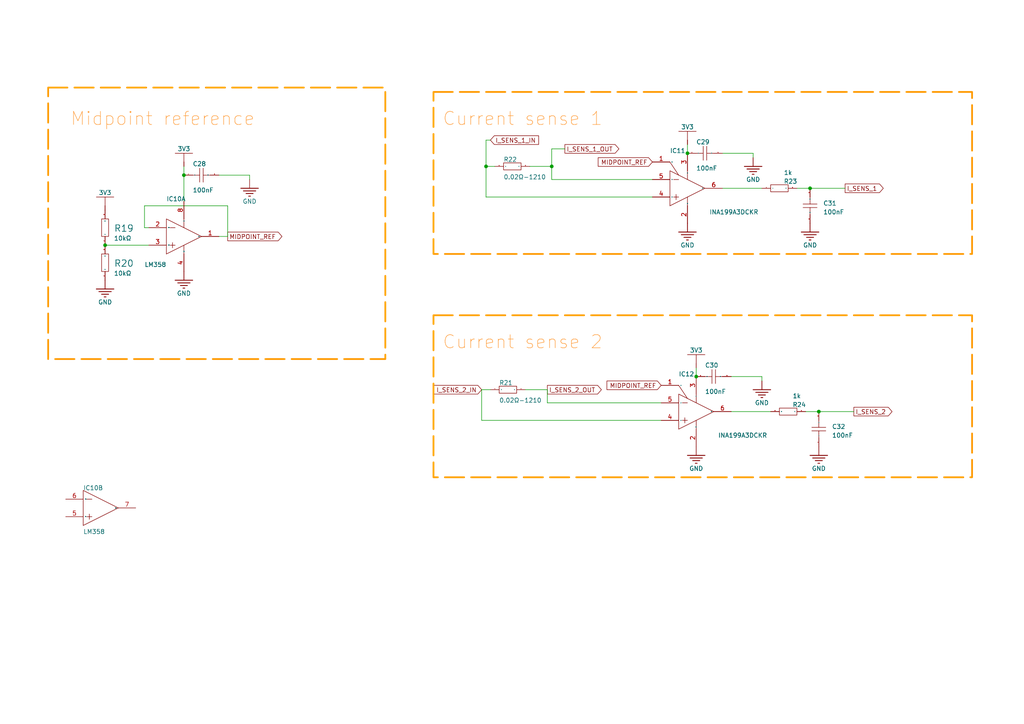
<source format=kicad_sch>
(kicad_sch
	(version 20231120)
	(generator "eeschema")
	(generator_version "8.0")
	(uuid "6b1df931-c1ba-4702-b403-58b0031d7eb2")
	(paper "A4")
	(lib_symbols
		(symbol "Robot druh-easyedapro:0603WAF1002T5E"
			(exclude_from_sim no)
			(in_bom yes)
			(on_board yes)
			(property "Reference" ""
				(at 0 0 0)
				(effects
					(font
						(size 1.27 1.27)
					)
				)
			)
			(property "Value" "10kΩ"
				(at 0 0 0)
				(effects
					(font
						(size 1.27 1.27)
					)
					(hide yes)
				)
			)
			(property "Footprint" "Robot druh-easyedapro:R0603"
				(at 0 0 0)
				(effects
					(font
						(size 1.27 1.27)
					)
					(hide yes)
				)
			)
			(property "Datasheet" "https://atta.szlcsc.com/upload/public/pdf/source/20200306/C422600_1E6D84923E4A46A82E41ADD87F860B5C.pdf"
				(at 0 0 0)
				(effects
					(font
						(size 1.27 1.27)
					)
					(hide yes)
				)
			)
			(property "Description" "Type:Thick Film Resistors Resistance:10kΩ Tolerance:±1% Tolerance:±1% Power(Watts): Overload Voltage (Max): Temperature Coefficient:±100ppm/°C Temperature Coefficient:±100ppm/°C Operating Temperature Range:-55°C~+155°C Operating Temperature Range:-55°C~+155°C"
				(at 0 0 0)
				(effects
					(font
						(size 1.27 1.27)
					)
					(hide yes)
				)
			)
			(property "Manufacturer Part" "0603WAF1002T5E"
				(at 0 0 0)
				(effects
					(font
						(size 1.27 1.27)
					)
					(hide yes)
				)
			)
			(property "Manufacturer" "UNI-ROYAL(厚声)"
				(at 0 0 0)
				(effects
					(font
						(size 1.27 1.27)
					)
					(hide yes)
				)
			)
			(property "Supplier Part" "C25804"
				(at 0 0 0)
				(effects
					(font
						(size 1.27 1.27)
					)
					(hide yes)
				)
			)
			(property "Supplier" "LCSC"
				(at 0 0 0)
				(effects
					(font
						(size 1.27 1.27)
					)
					(hide yes)
				)
			)
			(property "LCSC Part Name" "厚膜电阻 10kΩ ±1% 100mW"
				(at 0 0 0)
				(effects
					(font
						(size 1.27 1.27)
					)
					(hide yes)
				)
			)
			(symbol "0603WAF1002T5E_1_0"
				(rectangle
					(start -2.54 -1.016)
					(end 2.54 1.016)
					(stroke
						(width 0)
						(type default)
					)
					(fill
						(type none)
					)
				)
				(pin input line
					(at -5.08 0 0)
					(length 2.54)
					(name "1"
						(effects
							(font
								(size 0.0254 0.0254)
							)
						)
					)
					(number "1"
						(effects
							(font
								(size 0.0254 0.0254)
							)
						)
					)
				)
				(pin input line
					(at 5.08 0 180)
					(length 2.54)
					(name "2"
						(effects
							(font
								(size 0.0254 0.0254)
							)
						)
					)
					(number "2"
						(effects
							(font
								(size 0.0254 0.0254)
							)
						)
					)
				)
			)
		)
		(symbol "Robot druh-easyedapro:0Ω-1210"
			(exclude_from_sim no)
			(in_bom yes)
			(on_board yes)
			(property "Reference" "U"
				(at 0 0 0)
				(effects
					(font
						(size 1.27 1.27)
					)
				)
			)
			(property "Value" ""
				(at 0 0 0)
				(effects
					(font
						(size 1.27 1.27)
					)
				)
			)
			(property "Footprint" "Robot druh-easyedapro:R1210"
				(at 0 0 0)
				(effects
					(font
						(size 1.27 1.27)
					)
					(hide yes)
				)
			)
			(property "Datasheet" ""
				(at 0 0 0)
				(effects
					(font
						(size 1.27 1.27)
					)
					(hide yes)
				)
			)
			(property "Description" ""
				(at 0 0 0)
				(effects
					(font
						(size 1.27 1.27)
					)
					(hide yes)
				)
			)
			(property "Manufacturer Part" "0Ω-1210"
				(at 0 0 0)
				(effects
					(font
						(size 1.27 1.27)
					)
					(hide yes)
				)
			)
			(property "Supplier Part" "C9900009415"
				(at 0 0 0)
				(effects
					(font
						(size 1.27 1.27)
					)
					(hide yes)
				)
			)
			(property "Supplier" "LCSC"
				(at 0 0 0)
				(effects
					(font
						(size 1.27 1.27)
					)
					(hide yes)
				)
			)
			(property "LCSC Part Name" "0Ω-1210"
				(at 0 0 0)
				(effects
					(font
						(size 1.27 1.27)
					)
					(hide yes)
				)
			)
			(symbol "0Ω-1210_1_0"
				(rectangle
					(start -2.54 -1.016)
					(end 2.54 1.016)
					(stroke
						(width 0)
						(type default)
					)
					(fill
						(type none)
					)
				)
				(pin unspecified line
					(at -5.08 0 0)
					(length 2.54)
					(name "1"
						(effects
							(font
								(size 0.0254 0.0254)
							)
						)
					)
					(number "1"
						(effects
							(font
								(size 0.0254 0.0254)
							)
						)
					)
				)
				(pin unspecified line
					(at 5.08 0 180)
					(length 2.54)
					(name "2"
						(effects
							(font
								(size 0.0254 0.0254)
							)
						)
					)
					(number "2"
						(effects
							(font
								(size 0.0254 0.0254)
							)
						)
					)
				)
			)
		)
		(symbol "Robot druh-easyedapro:CAP"
			(exclude_from_sim no)
			(in_bom yes)
			(on_board yes)
			(property "Reference" ""
				(at 0 0 0)
				(effects
					(font
						(size 1.27 1.27)
					)
				)
			)
			(property "Value" "100nF"
				(at 0 0 0)
				(effects
					(font
						(size 1.27 1.27)
					)
					(hide yes)
				)
			)
			(property "Footprint" "Robot druh-easyedapro:C0603"
				(at 0 0 0)
				(effects
					(font
						(size 1.27 1.27)
					)
					(hide yes)
				)
			)
			(property "Datasheet" ""
				(at 0 0 0)
				(effects
					(font
						(size 1.27 1.27)
					)
					(hide yes)
				)
			)
			(property "Description" ""
				(at 0 0 0)
				(effects
					(font
						(size 1.27 1.27)
					)
					(hide yes)
				)
			)
			(symbol "CAP_1_0"
				(polyline
					(pts
						(xy -2.54 0) (xy -0.508 0)
					)
					(stroke
						(width 0)
						(type default)
					)
					(fill
						(type none)
					)
				)
				(polyline
					(pts
						(xy -0.508 -2.032) (xy -0.508 2.032)
					)
					(stroke
						(width 0)
						(type default)
					)
					(fill
						(type none)
					)
				)
				(polyline
					(pts
						(xy 0.508 0) (xy 2.54 0)
					)
					(stroke
						(width 0)
						(type default)
					)
					(fill
						(type none)
					)
				)
				(polyline
					(pts
						(xy 0.508 2.032) (xy 0.508 -2.032)
					)
					(stroke
						(width 0)
						(type default)
					)
					(fill
						(type none)
					)
				)
				(pin input line
					(at 5.08 0 180)
					(length 2.54)
					(name "1"
						(effects
							(font
								(size 0.0254 0.0254)
							)
						)
					)
					(number "1"
						(effects
							(font
								(size 0.0254 0.0254)
							)
						)
					)
				)
				(pin input line
					(at -5.08 0 0)
					(length 2.54)
					(name "2"
						(effects
							(font
								(size 0.0254 0.0254)
							)
						)
					)
					(number "2"
						(effects
							(font
								(size 0.0254 0.0254)
							)
						)
					)
				)
			)
		)
		(symbol "Robot druh-easyedapro:Ground-GND"
			(power)
			(pin_numbers hide)
			(pin_names hide)
			(exclude_from_sim no)
			(in_bom yes)
			(on_board yes)
			(property "Reference" "#PWR"
				(at 0 0 0)
				(effects
					(font
						(size 1.27 1.27)
					)
					(hide yes)
				)
			)
			(property "Value" "GND"
				(at 0 -6.35 0)
				(effects
					(font
						(size 1.27 1.27)
					)
				)
			)
			(property "Footprint" "Robot druh-easyedapro:"
				(at 0 0 0)
				(effects
					(font
						(size 1.27 1.27)
					)
					(hide yes)
				)
			)
			(property "Datasheet" ""
				(at 0 0 0)
				(effects
					(font
						(size 1.27 1.27)
					)
					(hide yes)
				)
			)
			(property "Description" ""
				(at 0 0 0)
				(effects
					(font
						(size 1.27 1.27)
					)
					(hide yes)
				)
			)
			(symbol "Ground-GND_1_0"
				(polyline
					(pts
						(xy -2.54 -2.54) (xy 2.54 -2.54)
					)
					(stroke
						(width 0.254)
						(type default)
					)
					(fill
						(type none)
					)
				)
				(polyline
					(pts
						(xy -1.778 -3.302) (xy 1.778 -3.302)
					)
					(stroke
						(width 0.254)
						(type default)
					)
					(fill
						(type none)
					)
				)
				(polyline
					(pts
						(xy -1.016 -4.064) (xy 1.016 -4.064)
					)
					(stroke
						(width 0.254)
						(type default)
					)
					(fill
						(type none)
					)
				)
				(polyline
					(pts
						(xy -0.254 -4.826) (xy 0.254 -4.826)
					)
					(stroke
						(width 0.254)
						(type default)
					)
					(fill
						(type none)
					)
				)
				(pin power_in line
					(at 0 0 270)
					(length 2.54)
					(name ""
						(effects
							(font
								(size 1.27 1.27)
							)
						)
					)
					(number "1"
						(effects
							(font
								(size 0.0254 0.0254)
							)
						)
					)
				)
			)
		)
		(symbol "Robot druh-easyedapro:INA199A3DCKR"
			(exclude_from_sim no)
			(in_bom yes)
			(on_board yes)
			(property "Reference" "U"
				(at 0 0 0)
				(effects
					(font
						(size 1.27 1.27)
					)
				)
			)
			(property "Value" ""
				(at 0 0 0)
				(effects
					(font
						(size 1.27 1.27)
					)
				)
			)
			(property "Footprint" "Robot druh-easyedapro:SOT-363_L2.0-W1.3-P0.65-LS2.1-BR"
				(at 0 0 0)
				(effects
					(font
						(size 1.27 1.27)
					)
					(hide yes)
				)
			)
			(property "Datasheet" "https://www.ti.com/cn/lit/gpn/ina199"
				(at 0 0 0)
				(effects
					(font
						(size 1.27 1.27)
					)
					(hide yes)
				)
			)
			(property "Description" "Supply Voltage:-300mV~26V Supply Voltage:-300mV~26V Supply Current:1.1uA Operating Temperature:-40°C~+125°C Operating Temperature:-40°C~+125°C"
				(at 0 0 0)
				(effects
					(font
						(size 1.27 1.27)
					)
					(hide yes)
				)
			)
			(property "Manufacturer Part" "INA199A3DCKR"
				(at 0 0 0)
				(effects
					(font
						(size 1.27 1.27)
					)
					(hide yes)
				)
			)
			(property "Manufacturer" "TI(德州仪器)"
				(at 0 0 0)
				(effects
					(font
						(size 1.27 1.27)
					)
					(hide yes)
				)
			)
			(property "Supplier Part" "C132098"
				(at 0 0 0)
				(effects
					(font
						(size 1.27 1.27)
					)
					(hide yes)
				)
			)
			(property "Supplier" "LCSC"
				(at 0 0 0)
				(effects
					(font
						(size 1.27 1.27)
					)
					(hide yes)
				)
			)
			(property "LCSC Part Name" "INA199A3DCKR"
				(at 0 0 0)
				(effects
					(font
						(size 1.27 1.27)
					)
					(hide yes)
				)
			)
			(symbol "INA199A3DCKR_1_0"
				(polyline
					(pts
						(xy -5.08 7.62) (xy -2.54 3.81)
					)
					(stroke
						(width 0)
						(type default)
					)
					(fill
						(type none)
					)
				)
				(polyline
					(pts
						(xy -4.064 -2.54) (xy -2.54 -2.54)
					)
					(stroke
						(width 0)
						(type default)
					)
					(fill
						(type none)
					)
				)
				(polyline
					(pts
						(xy -4.064 2.54) (xy -2.54 2.54)
					)
					(stroke
						(width 0)
						(type default)
					)
					(fill
						(type none)
					)
				)
				(polyline
					(pts
						(xy -3.302 -1.778) (xy -3.302 -3.302)
					)
					(stroke
						(width 0)
						(type default)
					)
					(fill
						(type none)
					)
				)
				(polyline
					(pts
						(xy 0 -2.54) (xy 0 -5.08)
					)
					(stroke
						(width 0)
						(type default)
					)
					(fill
						(type none)
					)
				)
				(polyline
					(pts
						(xy 0 5.08) (xy 0 2.54)
					)
					(stroke
						(width 0)
						(type default)
					)
					(fill
						(type none)
					)
				)
				(polyline
					(pts
						(xy -5.08 -5.08) (xy 5.08 0) (xy 5.08 0) (xy -5.08 5.08) (xy -5.08 5.08) (xy -5.08 -5.08)
					)
					(stroke
						(width 0)
						(type default)
					)
					(fill
						(type none)
					)
				)
				(pin unspecified line
					(at -10.16 7.62 0)
					(length 5.08)
					(name "REF"
						(effects
							(font
								(size 0.0254 0.0254)
							)
						)
					)
					(number "1"
						(effects
							(font
								(size 1.27 1.27)
							)
						)
					)
				)
				(pin unspecified line
					(at 0 -10.16 90)
					(length 5.08)
					(name "GND"
						(effects
							(font
								(size 0.0254 0.0254)
							)
						)
					)
					(number "2"
						(effects
							(font
								(size 1.27 1.27)
							)
						)
					)
				)
				(pin unspecified line
					(at 0 10.16 270)
					(length 5.08)
					(name "V+"
						(effects
							(font
								(size 0.0254 0.0254)
							)
						)
					)
					(number "3"
						(effects
							(font
								(size 1.27 1.27)
							)
						)
					)
				)
				(pin unspecified line
					(at -10.16 -2.54 0)
					(length 5.08)
					(name "IN+"
						(effects
							(font
								(size 0.0254 0.0254)
							)
						)
					)
					(number "4"
						(effects
							(font
								(size 1.27 1.27)
							)
						)
					)
				)
				(pin unspecified line
					(at -10.16 2.54 0)
					(length 5.08)
					(name "IN-"
						(effects
							(font
								(size 0.0254 0.0254)
							)
						)
					)
					(number "5"
						(effects
							(font
								(size 1.27 1.27)
							)
						)
					)
				)
				(pin output line
					(at 10.16 0 180)
					(length 5.08)
					(name "OUT"
						(effects
							(font
								(size 0.0254 0.0254)
							)
						)
					)
					(number "6"
						(effects
							(font
								(size 1.27 1.27)
							)
						)
					)
				)
			)
		)
		(symbol "Robot druh-easyedapro:LM358_C2984960"
			(exclude_from_sim no)
			(in_bom yes)
			(on_board yes)
			(property "Reference" "U"
				(at 0 0 0)
				(effects
					(font
						(size 1.27 1.27)
					)
				)
			)
			(property "Value" ""
				(at 0 0 0)
				(effects
					(font
						(size 1.27 1.27)
					)
				)
			)
			(property "Footprint" "Robot druh-easyedapro:SOP-8_L4.9-W3.9-P1.27-LS6.0-BL"
				(at 0 0 0)
				(effects
					(font
						(size 1.27 1.27)
					)
					(hide yes)
				)
			)
			(property "Datasheet" "https://atta.szlcsc.com/upload/public/pdf/source/20220411/BF8A74874B47C6BB2B58E6B995D1DE82.pdf"
				(at 0 0 0)
				(effects
					(font
						(size 1.27 1.27)
					)
					(hide yes)
				)
			)
			(property "Description" ""
				(at 0 0 0)
				(effects
					(font
						(size 1.27 1.27)
					)
					(hide yes)
				)
			)
			(property "Manufacturer Part" "LM358"
				(at 0 0 0)
				(effects
					(font
						(size 1.27 1.27)
					)
					(hide yes)
				)
			)
			(property "Manufacturer" "HX(恒佳兴)"
				(at 0 0 0)
				(effects
					(font
						(size 1.27 1.27)
					)
					(hide yes)
				)
			)
			(property "Supplier Part" "C2984960"
				(at 0 0 0)
				(effects
					(font
						(size 1.27 1.27)
					)
					(hide yes)
				)
			)
			(property "Supplier" "LCSC"
				(at 0 0 0)
				(effects
					(font
						(size 1.27 1.27)
					)
					(hide yes)
				)
			)
			(property "LCSC Part Name" "LM358"
				(at 0 0 0)
				(effects
					(font
						(size 1.27 1.27)
					)
					(hide yes)
				)
			)
			(symbol "LM358_C2984960_1_0"
				(polyline
					(pts
						(xy -4.064 -2.54) (xy -2.54 -2.54)
					)
					(stroke
						(width 0)
						(type default)
					)
					(fill
						(type none)
					)
				)
				(polyline
					(pts
						(xy -4.064 2.54) (xy -2.54 2.54)
					)
					(stroke
						(width 0)
						(type default)
					)
					(fill
						(type none)
					)
				)
				(polyline
					(pts
						(xy -3.302 -1.778) (xy -3.302 -3.302)
					)
					(stroke
						(width 0)
						(type default)
					)
					(fill
						(type none)
					)
				)
				(polyline
					(pts
						(xy 0 -2.54) (xy 0 -5.08)
					)
					(stroke
						(width 0)
						(type default)
					)
					(fill
						(type none)
					)
				)
				(polyline
					(pts
						(xy 0 5.08) (xy 0 2.54)
					)
					(stroke
						(width 0)
						(type default)
					)
					(fill
						(type none)
					)
				)
				(polyline
					(pts
						(xy -5.08 -5.08) (xy 5.08 0) (xy 5.08 0) (xy -5.08 5.08) (xy -5.08 5.08) (xy -5.08 -5.08)
					)
					(stroke
						(width 0)
						(type default)
					)
					(fill
						(type none)
					)
				)
				(pin output line
					(at 10.16 0 180)
					(length 5.08)
					(name "OUTPUT_1"
						(effects
							(font
								(size 0.0254 0.0254)
							)
						)
					)
					(number "1"
						(effects
							(font
								(size 1.27 1.27)
							)
						)
					)
				)
				(pin unspecified line
					(at -10.16 2.54 0)
					(length 5.08)
					(name "INPUT1(-)"
						(effects
							(font
								(size 0.0254 0.0254)
							)
						)
					)
					(number "2"
						(effects
							(font
								(size 1.27 1.27)
							)
						)
					)
				)
				(pin unspecified line
					(at -10.16 -2.54 0)
					(length 5.08)
					(name "INPUT1(+)"
						(effects
							(font
								(size 0.0254 0.0254)
							)
						)
					)
					(number "3"
						(effects
							(font
								(size 1.27 1.27)
							)
						)
					)
				)
				(pin unspecified line
					(at 0 -10.16 90)
					(length 5.08)
					(name "VEE_/_GND"
						(effects
							(font
								(size 0.0254 0.0254)
							)
						)
					)
					(number "4"
						(effects
							(font
								(size 1.27 1.27)
							)
						)
					)
				)
				(pin unspecified line
					(at 0 10.16 270)
					(length 5.08)
					(name "Vcc"
						(effects
							(font
								(size 0.0254 0.0254)
							)
						)
					)
					(number "8"
						(effects
							(font
								(size 1.27 1.27)
							)
						)
					)
				)
			)
			(symbol "LM358_C2984960_2_0"
				(polyline
					(pts
						(xy -4.064 -2.54) (xy -2.54 -2.54)
					)
					(stroke
						(width 0)
						(type default)
					)
					(fill
						(type none)
					)
				)
				(polyline
					(pts
						(xy -4.064 2.54) (xy -2.54 2.54)
					)
					(stroke
						(width 0)
						(type default)
					)
					(fill
						(type none)
					)
				)
				(polyline
					(pts
						(xy -3.302 -1.778) (xy -3.302 -3.302)
					)
					(stroke
						(width 0)
						(type default)
					)
					(fill
						(type none)
					)
				)
				(polyline
					(pts
						(xy -5.08 -5.08) (xy 5.08 0) (xy 5.08 0) (xy -5.08 5.08) (xy -5.08 5.08) (xy -5.08 -5.08)
					)
					(stroke
						(width 0)
						(type default)
					)
					(fill
						(type none)
					)
				)
				(pin unspecified line
					(at -10.16 -2.54 0)
					(length 5.08)
					(name "INPUT2(+"
						(effects
							(font
								(size 0.0254 0.0254)
							)
						)
					)
					(number "5"
						(effects
							(font
								(size 1.27 1.27)
							)
						)
					)
				)
				(pin unspecified line
					(at -10.16 2.54 0)
					(length 5.08)
					(name "INPUT2(-)"
						(effects
							(font
								(size 0.0254 0.0254)
							)
						)
					)
					(number "6"
						(effects
							(font
								(size 1.27 1.27)
							)
						)
					)
				)
				(pin output line
					(at 10.16 0 180)
					(length 5.08)
					(name "OUTPUT2"
						(effects
							(font
								(size 0.0254 0.0254)
							)
						)
					)
					(number "7"
						(effects
							(font
								(size 1.27 1.27)
							)
						)
					)
				)
			)
		)
		(symbol "Robot druh-easyedapro:Power-VCC"
			(power)
			(pin_numbers hide)
			(pin_names hide)
			(exclude_from_sim no)
			(in_bom yes)
			(on_board yes)
			(property "Reference" "#PWR"
				(at 0 0 0)
				(effects
					(font
						(size 1.27 1.27)
					)
					(hide yes)
				)
			)
			(property "Value" "VCC"
				(at 0 5.08 0)
				(effects
					(font
						(size 1.27 1.27)
					)
				)
			)
			(property "Footprint" "Robot druh-easyedapro:"
				(at 0 0 0)
				(effects
					(font
						(size 1.27 1.27)
					)
					(hide yes)
				)
			)
			(property "Datasheet" ""
				(at 0 0 0)
				(effects
					(font
						(size 1.27 1.27)
					)
					(hide yes)
				)
			)
			(property "Description" ""
				(at 0 0 0)
				(effects
					(font
						(size 1.27 1.27)
					)
					(hide yes)
				)
			)
			(symbol "Power-VCC_1_0"
				(polyline
					(pts
						(xy -2.54 3.81) (xy 2.54 3.81)
					)
					(stroke
						(width 0)
						(type default)
					)
					(fill
						(type none)
					)
				)
				(polyline
					(pts
						(xy 0 3.81) (xy 0 1.27)
					)
					(stroke
						(width 0)
						(type default)
					)
					(fill
						(type none)
					)
				)
				(pin power_in line
					(at 0 0 90)
					(length 1.27)
					(name "3V3"
						(effects
							(font
								(size 1.27 1.27)
							)
						)
					)
					(number "1"
						(effects
							(font
								(size 0.0254 0.0254)
							)
						)
					)
				)
			)
		)
		(symbol "Robot druh-easyedapro:Res"
			(exclude_from_sim no)
			(in_bom yes)
			(on_board yes)
			(property "Reference" ""
				(at 0 0 0)
				(effects
					(font
						(size 1.27 1.27)
					)
				)
			)
			(property "Value" "10K"
				(at 0 0 0)
				(effects
					(font
						(size 1.27 1.27)
					)
					(hide yes)
				)
			)
			(property "Footprint" "Robot druh-easyedapro:R0603"
				(at 0 0 0)
				(effects
					(font
						(size 1.27 1.27)
					)
					(hide yes)
				)
			)
			(property "Datasheet" ""
				(at 0 0 0)
				(effects
					(font
						(size 1.27 1.27)
					)
					(hide yes)
				)
			)
			(property "Description" ""
				(at 0 0 0)
				(effects
					(font
						(size 1.27 1.27)
					)
					(hide yes)
				)
			)
			(symbol "Res_1_0"
				(rectangle
					(start -2.54 1.016)
					(end 2.54 -1.016)
					(stroke
						(width 0)
						(type default)
					)
					(fill
						(type none)
					)
				)
				(pin input line
					(at -5.08 0 0)
					(length 2.54)
					(name "1"
						(effects
							(font
								(size 0.0254 0.0254)
							)
						)
					)
					(number "1"
						(effects
							(font
								(size 0.0254 0.0254)
							)
						)
					)
				)
				(pin input line
					(at 5.08 0 180)
					(length 2.54)
					(name "2"
						(effects
							(font
								(size 0.0254 0.0254)
							)
						)
					)
					(number "2"
						(effects
							(font
								(size 0.0254 0.0254)
							)
						)
					)
				)
			)
		)
	)
	(junction
		(at 53.34 50.8)
		(diameter 0)
		(color 0 0 0 0)
		(uuid "1948886f-07c9-45ac-b007-98f5dd64ddb6")
	)
	(junction
		(at 160.02 48.26)
		(diameter 0)
		(color 0 0 0 0)
		(uuid "1ea230e7-5d00-4e1f-a544-3bf09c5b765d")
	)
	(junction
		(at 237.49 119.38)
		(diameter 0)
		(color 0 0 0 0)
		(uuid "23218080-4caa-40c7-a5ba-42f48339b98d")
	)
	(junction
		(at 199.39 44.45)
		(diameter 0)
		(color 0 0 0 0)
		(uuid "2378aa5e-607f-475b-b5d1-b66bc58123e2")
	)
	(junction
		(at 30.48 71.12)
		(diameter 0)
		(color 0 0 0 0)
		(uuid "4d2c595b-255a-41b2-ac97-f6f1a7f40e9d")
	)
	(junction
		(at 201.93 109.22)
		(diameter 0)
		(color 0 0 0 0)
		(uuid "50a036d3-4bde-40b9-b27b-e69b53bf7bad")
	)
	(junction
		(at 140.97 48.26)
		(diameter 0)
		(color 0 0 0 0)
		(uuid "674eaa77-e5d9-4956-b663-08866eed282d")
	)
	(junction
		(at 234.95 54.61)
		(diameter 0)
		(color 0 0 0 0)
		(uuid "74fd9eda-df52-4510-9149-1343527c8b14")
	)
	(wire
		(pts
			(xy 191.77 116.84) (xy 158.75 116.84)
		)
		(stroke
			(width 0)
			(type default)
		)
		(uuid "0866a3e0-f850-4ea2-910e-1bfb1dbbbb0a")
	)
	(wire
		(pts
			(xy 158.75 113.03) (xy 158.75 116.84)
		)
		(stroke
			(width 0)
			(type default)
		)
		(uuid "093181a0-6a12-4a4a-b6eb-e540cfc40474")
	)
	(wire
		(pts
			(xy 140.97 48.26) (xy 140.97 40.64)
		)
		(stroke
			(width 0)
			(type default)
		)
		(uuid "0a6fa241-4130-4b07-8ce6-12286713db4c")
	)
	(wire
		(pts
			(xy 66.04 59.69) (xy 41.91 59.69)
		)
		(stroke
			(width 0)
			(type default)
		)
		(uuid "0d04dc74-ef99-4071-bc73-6fbe24ec27e5")
	)
	(wire
		(pts
			(xy 66.04 68.58) (xy 66.04 59.69)
		)
		(stroke
			(width 0)
			(type default)
		)
		(uuid "0e4b929d-239d-4ee7-997b-7a90e1ccc7e6")
	)
	(wire
		(pts
			(xy 63.5 50.8) (xy 72.39 50.8)
		)
		(stroke
			(width 0)
			(type default)
		)
		(uuid "0e5deddb-dc4b-4fd8-986f-9a49903fc1fe")
	)
	(wire
		(pts
			(xy 140.97 57.15) (xy 189.23 57.15)
		)
		(stroke
			(width 0)
			(type default)
		)
		(uuid "1261c323-5179-4cff-8e3f-9b7cc1211f2c")
	)
	(wire
		(pts
			(xy 41.91 59.69) (xy 41.91 66.04)
		)
		(stroke
			(width 0)
			(type default)
		)
		(uuid "15605d7b-6d0a-4f40-8c74-8715a406c4ab")
	)
	(wire
		(pts
			(xy 142.24 113.03) (xy 139.7 113.03)
		)
		(stroke
			(width 0)
			(type default)
		)
		(uuid "175de14b-0c48-4ca9-86c0-f0fa5a4b76e9")
	)
	(wire
		(pts
			(xy 218.44 44.45) (xy 218.44 45.72)
		)
		(stroke
			(width 0)
			(type default)
		)
		(uuid "28a46583-97af-4c05-8b0e-91c03812233f")
	)
	(wire
		(pts
			(xy 220.98 54.61) (xy 209.55 54.61)
		)
		(stroke
			(width 0)
			(type default)
		)
		(uuid "2ddf2b20-20b9-4c26-8537-e04556cdbcab")
	)
	(wire
		(pts
			(xy 231.14 54.61) (xy 234.95 54.61)
		)
		(stroke
			(width 0)
			(type default)
		)
		(uuid "319b52c7-feef-4e04-9df1-179d2bc8c98b")
	)
	(wire
		(pts
			(xy 63.5 68.58) (xy 66.04 68.58)
		)
		(stroke
			(width 0)
			(type default)
		)
		(uuid "348fd72a-2758-41d0-b6e0-94a76dc68be6")
	)
	(wire
		(pts
			(xy 201.93 106.68) (xy 201.93 109.22)
		)
		(stroke
			(width 0)
			(type default)
		)
		(uuid "34e76fbe-4974-4faa-bebd-e54186b7762b")
	)
	(wire
		(pts
			(xy 199.39 41.91) (xy 199.39 44.45)
		)
		(stroke
			(width 0)
			(type default)
		)
		(uuid "3c90b3fc-3f89-4ed7-8c43-d3b33dd9f612")
	)
	(wire
		(pts
			(xy 41.91 66.04) (xy 43.18 66.04)
		)
		(stroke
			(width 0)
			(type default)
		)
		(uuid "41b673c3-867f-4230-a419-5aef4e381515")
	)
	(wire
		(pts
			(xy 223.52 119.38) (xy 212.09 119.38)
		)
		(stroke
			(width 0)
			(type default)
		)
		(uuid "4819b8fe-2e22-4ff7-949a-4405606171fa")
	)
	(wire
		(pts
			(xy 152.4 113.03) (xy 158.75 113.03)
		)
		(stroke
			(width 0)
			(type default)
		)
		(uuid "49f5ef7a-5a7f-486c-8230-f16c3d2f1ac2")
	)
	(wire
		(pts
			(xy 160.02 43.18) (xy 163.83 43.18)
		)
		(stroke
			(width 0)
			(type default)
		)
		(uuid "4ade0e80-e888-4243-8589-e86ca5a708e7")
	)
	(wire
		(pts
			(xy 140.97 40.64) (xy 142.24 40.64)
		)
		(stroke
			(width 0)
			(type default)
		)
		(uuid "7b761c4f-6229-4d08-a623-a31b080491a1")
	)
	(wire
		(pts
			(xy 30.48 71.12) (xy 43.18 71.12)
		)
		(stroke
			(width 0)
			(type default)
		)
		(uuid "7b9c0418-249e-4929-bd7b-262e8f4bef64")
	)
	(wire
		(pts
			(xy 160.02 52.07) (xy 189.23 52.07)
		)
		(stroke
			(width 0)
			(type default)
		)
		(uuid "83c8d540-3709-48b1-adb4-e9561bd0dac2")
	)
	(wire
		(pts
			(xy 160.02 48.26) (xy 160.02 52.07)
		)
		(stroke
			(width 0)
			(type default)
		)
		(uuid "8a6513a1-26a6-4190-b41c-d1e45e7bc96b")
	)
	(wire
		(pts
			(xy 233.68 119.38) (xy 237.49 119.38)
		)
		(stroke
			(width 0)
			(type default)
		)
		(uuid "938fd8f7-3f7b-45d4-b69b-896524ba0ecd")
	)
	(wire
		(pts
			(xy 53.34 50.8) (xy 53.34 58.42)
		)
		(stroke
			(width 0)
			(type default)
		)
		(uuid "946f0753-cdef-414c-b8ff-ca66e941170f")
	)
	(wire
		(pts
			(xy 153.67 48.26) (xy 160.02 48.26)
		)
		(stroke
			(width 0)
			(type default)
		)
		(uuid "9803a40d-3a20-48a2-8cec-b90560da939a")
	)
	(wire
		(pts
			(xy 209.55 44.45) (xy 218.44 44.45)
		)
		(stroke
			(width 0)
			(type default)
		)
		(uuid "aa64478e-2ef3-4f6e-964a-197c4c638017")
	)
	(wire
		(pts
			(xy 247.65 119.38) (xy 237.49 119.38)
		)
		(stroke
			(width 0)
			(type default)
		)
		(uuid "ad1ea0df-5fec-435e-9d13-3257b3aa32e7")
	)
	(wire
		(pts
			(xy 212.09 109.22) (xy 220.98 109.22)
		)
		(stroke
			(width 0)
			(type default)
		)
		(uuid "adc0079c-d706-439d-a3de-75f815c91ecd")
	)
	(wire
		(pts
			(xy 160.02 48.26) (xy 160.02 43.18)
		)
		(stroke
			(width 0)
			(type default)
		)
		(uuid "af0127a8-cebf-4bd4-bf30-a77e53086f84")
	)
	(wire
		(pts
			(xy 143.51 48.26) (xy 140.97 48.26)
		)
		(stroke
			(width 0)
			(type default)
		)
		(uuid "b63818b0-fa6f-4cf2-a9af-4fde3c50c04f")
	)
	(wire
		(pts
			(xy 191.77 121.92) (xy 139.7 121.92)
		)
		(stroke
			(width 0)
			(type default)
		)
		(uuid "bae19c77-208b-44ba-bb1b-3f32276b78d3")
	)
	(wire
		(pts
			(xy 220.98 109.22) (xy 220.98 110.49)
		)
		(stroke
			(width 0)
			(type default)
		)
		(uuid "c4dfed14-880e-43f2-b53a-c190e5b55a8e")
	)
	(wire
		(pts
			(xy 53.34 48.26) (xy 53.34 50.8)
		)
		(stroke
			(width 0)
			(type default)
		)
		(uuid "ca540b0d-1dcb-4589-8869-764461c56f3e")
	)
	(wire
		(pts
			(xy 140.97 48.26) (xy 140.97 57.15)
		)
		(stroke
			(width 0)
			(type default)
		)
		(uuid "ccd04740-6405-4803-ac01-28289fe92f98")
	)
	(wire
		(pts
			(xy 72.39 50.8) (xy 72.39 52.07)
		)
		(stroke
			(width 0)
			(type default)
		)
		(uuid "ddbb1f22-a33b-44a8-9e95-7f96ee167aec")
	)
	(wire
		(pts
			(xy 139.7 113.03) (xy 139.7 121.92)
		)
		(stroke
			(width 0)
			(type default)
		)
		(uuid "de1827b0-b402-473a-8b5f-204e9399e20a")
	)
	(wire
		(pts
			(xy 245.11 54.61) (xy 234.95 54.61)
		)
		(stroke
			(width 0)
			(type default)
		)
		(uuid "eadbe043-6847-48f5-a8c2-32060de4d01f")
	)
	(rectangle
		(start 125.73 26.67)
		(end 281.94 73.66)
		(stroke
			(width 0.508)
			(type dash)
			(color 255 153 0 1)
		)
		(fill
			(type none)
		)
		(uuid 2cffb35f-919e-4d2f-840f-fe8dfaf913f0)
	)
	(rectangle
		(start 125.73 91.44)
		(end 281.94 138.43)
		(stroke
			(width 0.508)
			(type dash)
			(color 255 153 0 1)
		)
		(fill
			(type none)
		)
		(uuid 60766c2d-9379-4996-bb9a-e1e3255fbc93)
	)
	(rectangle
		(start 13.97 25.4)
		(end 111.76 104.14)
		(stroke
			(width 0.508)
			(type dash)
			(color 255 153 0 1)
		)
		(fill
			(type none)
		)
		(uuid 87b87fe1-17e9-4503-a75c-b2a7b24ee7f7)
	)
	(text "Current sense 2"
		(exclude_from_sim no)
		(at 128.27 101.6 0)
		(effects
			(font
				(size 3.81 3.81)
				(color 255 153 51 1)
			)
			(justify left bottom)
		)
		(uuid "7196fb2f-f91f-464a-b471-885ce1e3c497")
	)
	(text "Current sense 1"
		(exclude_from_sim no)
		(at 128.27 36.83 0)
		(effects
			(font
				(size 3.81 3.81)
				(color 255 153 51 1)
			)
			(justify left bottom)
		)
		(uuid "ae8119e9-212d-47f2-98f7-a06bd23dfe98")
	)
	(text "Midpoint reference"
		(exclude_from_sim no)
		(at 20.32 36.83 0)
		(effects
			(font
				(size 3.81 3.81)
				(color 255 153 51 1)
			)
			(justify left bottom)
		)
		(uuid "c8d4d07e-5cdc-4330-af1e-f2d104c4d6ee")
	)
	(global_label "I_SENS_2_OUT"
		(shape output)
		(at 158.75 113.03 0)
		(effects
			(font
				(size 1.27 1.27)
			)
			(justify left)
		)
		(uuid "2b461610-d794-4097-ad43-9ab0affe5459")
		(property "Intersheetrefs" "${INTERSHEET_REFS}"
			(at 158.75 113.03 0)
			(effects
				(font
					(size 1.27 1.27)
				)
				(hide yes)
			)
		)
	)
	(global_label "MIDPOINT_REF"
		(shape output)
		(at 66.04 68.58 0)
		(effects
			(font
				(size 1.27 1.27)
			)
			(justify left)
		)
		(uuid "2f6984d0-3cab-4bf7-8453-588421e079fb")
		(property "Intersheetrefs" "${INTERSHEET_REFS}"
			(at 66.04 68.58 0)
			(effects
				(font
					(size 1.27 1.27)
				)
				(hide yes)
			)
		)
	)
	(global_label "MIDPOINT_REF"
		(shape input)
		(at 191.77 111.76 180)
		(effects
			(font
				(size 1.27 1.27)
			)
			(justify right)
		)
		(uuid "3f099a70-19c2-4d20-9b2a-fae1ae1dda7a")
		(property "Intersheetrefs" "${INTERSHEET_REFS}"
			(at 191.77 111.76 0)
			(effects
				(font
					(size 1.27 1.27)
				)
				(hide yes)
			)
		)
	)
	(global_label "I_SENS_2_IN"
		(shape input)
		(at 139.7 113.03 180)
		(effects
			(font
				(size 1.27 1.27)
			)
			(justify right)
		)
		(uuid "66f0d381-b450-41e3-941c-adf3f8082828")
		(property "Intersheetrefs" "${INTERSHEET_REFS}"
			(at 139.7 113.03 0)
			(effects
				(font
					(size 1.27 1.27)
				)
				(hide yes)
			)
		)
	)
	(global_label "I_SENS_2"
		(shape output)
		(at 247.65 119.38 0)
		(effects
			(font
				(size 1.27 1.27)
			)
			(justify left)
		)
		(uuid "b3b574d0-81b9-4e1c-b949-7f5c6c8b024b")
		(property "Intersheetrefs" "${INTERSHEET_REFS}"
			(at 247.65 119.38 0)
			(effects
				(font
					(size 1.27 1.27)
				)
				(hide yes)
			)
		)
	)
	(global_label "MIDPOINT_REF"
		(shape input)
		(at 189.23 46.99 180)
		(effects
			(font
				(size 1.27 1.27)
			)
			(justify right)
		)
		(uuid "be0d7527-76cf-43fb-9e53-d3e16cefb136")
		(property "Intersheetrefs" "${INTERSHEET_REFS}"
			(at 189.23 46.99 0)
			(effects
				(font
					(size 1.27 1.27)
				)
				(hide yes)
			)
		)
	)
	(global_label "I_SENS_1_OUT"
		(shape output)
		(at 163.83 43.18 0)
		(effects
			(font
				(size 1.27 1.27)
			)
			(justify left)
		)
		(uuid "c1ca3ed4-fc56-4271-80ba-f02e5622be11")
		(property "Intersheetrefs" "${INTERSHEET_REFS}"
			(at 163.83 43.18 0)
			(effects
				(font
					(size 1.27 1.27)
				)
				(hide yes)
			)
		)
	)
	(global_label "I_SENS_1"
		(shape output)
		(at 245.11 54.61 0)
		(effects
			(font
				(size 1.27 1.27)
			)
			(justify left)
		)
		(uuid "c4345542-7b81-44d9-8c5e-cbc49f407f64")
		(property "Intersheetrefs" "${INTERSHEET_REFS}"
			(at 245.11 54.61 0)
			(effects
				(font
					(size 1.27 1.27)
				)
				(hide yes)
			)
		)
	)
	(global_label "I_SENS_1_IN"
		(shape input)
		(at 142.24 40.64 0)
		(effects
			(font
				(size 1.27 1.27)
			)
			(justify left)
		)
		(uuid "e4d38f99-e23c-4226-a923-d7fffe4abe70")
		(property "Intersheetrefs" "${INTERSHEET_REFS}"
			(at 142.24 40.64 0)
			(effects
				(font
					(size 1.27 1.27)
				)
				(hide yes)
			)
		)
	)
	(symbol
		(lib_id "Robot druh-easyedapro:0603WAF1002T5E")
		(at 30.48 66.04 90)
		(unit 1)
		(exclude_from_sim no)
		(in_bom yes)
		(on_board yes)
		(dnp no)
		(uuid "19ab79ff-0984-4389-87fb-0b85bf78e27b")
		(property "Reference" "R19"
			(at 33.02 67.31 90)
			(effects
				(font
					(size 1.905 1.905)
				)
				(justify right top)
			)
		)
		(property "Value" "10kΩ"
			(at 33.02 69.85 90)
			(effects
				(font
					(size 1.27 1.27)
				)
				(justify right top)
			)
		)
		(property "Footprint" "Resistor_SMD:R_0603_1608Metric"
			(at 30.48 66.04 0)
			(effects
				(font
					(size 1.27 1.27)
				)
				(hide yes)
			)
		)
		(property "Datasheet" "https://atta.szlcsc.com/upload/public/pdf/source/20200306/C422600_1E6D84923E4A46A82E41ADD87F860B5C.pdf"
			(at 30.48 66.04 0)
			(effects
				(font
					(size 1.27 1.27)
				)
				(hide yes)
			)
		)
		(property "Description" "Type:Thick Film Resistors Resistance:10kΩ Tolerance:±1% Tolerance:±1% Power(Watts): Overload Voltage (Max): Temperature Coefficient:±100ppm/°C Temperature Coefficient:±100ppm/°C Operating Temperature Range:-55°C~+155°C Operating Temperature Range:-55°C~+155°C"
			(at 30.48 66.04 0)
			(effects
				(font
					(size 1.27 1.27)
				)
				(hide yes)
			)
		)
		(property "Manufacturer Part" "0603WAF1002T5E"
			(at 30.48 66.04 0)
			(effects
				(font
					(size 1.27 1.27)
				)
				(hide yes)
			)
		)
		(property "Manufacturer" "UNI-ROYAL(厚声)"
			(at 30.48 66.04 0)
			(effects
				(font
					(size 1.27 1.27)
				)
				(hide yes)
			)
		)
		(property "Supplier Part" "C25804"
			(at 30.48 66.04 0)
			(effects
				(font
					(size 1.27 1.27)
				)
				(hide yes)
			)
		)
		(property "Supplier" "LCSC"
			(at 30.48 66.04 0)
			(effects
				(font
					(size 1.27 1.27)
				)
				(hide yes)
			)
		)
		(property "LCSC Part Name" "厚膜电阻 10kΩ ±1% 100mW"
			(at 30.48 66.04 0)
			(effects
				(font
					(size 1.27 1.27)
				)
				(hide yes)
			)
		)
		(pin "1"
			(uuid "a6b3ddad-bdd9-4a43-b4b7-a236c236a6b9")
		)
		(pin "2"
			(uuid "8f47c211-d3a6-407b-ab8a-97ae476e03a1")
		)
		(instances
			(project "LineFollower_V2"
				(path "/76a20473-53d0-433c-9f05-17cd0a98178a/a67c8b50-6560-4166-a828-2acb035ab400"
					(reference "R19")
					(unit 1)
				)
			)
		)
	)
	(symbol
		(lib_id "Robot druh-easyedapro:Ground-GND")
		(at 53.34 78.74 0)
		(unit 1)
		(exclude_from_sim no)
		(in_bom yes)
		(on_board yes)
		(dnp no)
		(uuid "19e2924d-5cf2-45e2-9218-3edd1781402e")
		(property "Reference" "#PWR086"
			(at 53.34 78.74 0)
			(effects
				(font
					(size 1.27 1.27)
				)
				(hide yes)
			)
		)
		(property "Value" "GND"
			(at 53.34 85.09 0)
			(effects
				(font
					(size 1.27 1.27)
				)
			)
		)
		(property "Footprint" "Robot druh-easyedapro:"
			(at 53.34 78.74 0)
			(effects
				(font
					(size 1.27 1.27)
				)
				(hide yes)
			)
		)
		(property "Datasheet" ""
			(at 53.34 78.74 0)
			(effects
				(font
					(size 1.27 1.27)
				)
				(hide yes)
			)
		)
		(property "Description" ""
			(at 53.34 78.74 0)
			(effects
				(font
					(size 1.27 1.27)
				)
				(hide yes)
			)
		)
		(pin "1"
			(uuid "3ae54226-d145-4ee3-888e-df89fe7dea37")
		)
		(instances
			(project "LineFollower_V2"
				(path "/76a20473-53d0-433c-9f05-17cd0a98178a/a67c8b50-6560-4166-a828-2acb035ab400"
					(reference "#PWR086")
					(unit 1)
				)
			)
		)
	)
	(symbol
		(lib_id "Robot druh-easyedapro:CAP")
		(at 204.47 44.45 180)
		(unit 1)
		(exclude_from_sim no)
		(in_bom yes)
		(on_board yes)
		(dnp no)
		(uuid "1f30e198-ac73-4570-94cf-e91a4f9545f4")
		(property "Reference" "C29"
			(at 201.93 41.91 0)
			(effects
				(font
					(size 1.27 1.27)
				)
				(justify right top)
			)
		)
		(property "Value" "100nF"
			(at 201.93 49.53 0)
			(effects
				(font
					(size 1.27 1.27)
				)
				(justify right top)
			)
		)
		(property "Footprint" "Capacitor_SMD:C_0603_1608Metric"
			(at 204.47 44.45 0)
			(effects
				(font
					(size 1.27 1.27)
				)
				(hide yes)
			)
		)
		(property "Datasheet" ""
			(at 204.47 44.45 0)
			(effects
				(font
					(size 1.27 1.27)
				)
				(hide yes)
			)
		)
		(property "Description" ""
			(at 204.47 44.45 0)
			(effects
				(font
					(size 1.27 1.27)
				)
				(hide yes)
			)
		)
		(pin "2"
			(uuid "3cb702c5-abe8-4a15-be89-21f7e7b1346a")
		)
		(pin "1"
			(uuid "bb747f84-511b-433a-9469-088b16ffb436")
		)
		(instances
			(project "LineFollower_V2"
				(path "/76a20473-53d0-433c-9f05-17cd0a98178a/a67c8b50-6560-4166-a828-2acb035ab400"
					(reference "C29")
					(unit 1)
				)
			)
		)
	)
	(symbol
		(lib_id "Robot druh-easyedapro:Ground-GND")
		(at 201.93 129.54 0)
		(unit 1)
		(exclude_from_sim no)
		(in_bom yes)
		(on_board yes)
		(dnp no)
		(uuid "201ab15c-c625-461b-b4cb-15fc0387fd3b")
		(property "Reference" "#PWR091"
			(at 201.93 129.54 0)
			(effects
				(font
					(size 1.27 1.27)
				)
				(hide yes)
			)
		)
		(property "Value" "GND"
			(at 201.93 135.89 0)
			(effects
				(font
					(size 1.27 1.27)
				)
			)
		)
		(property "Footprint" "Robot druh-easyedapro:"
			(at 201.93 129.54 0)
			(effects
				(font
					(size 1.27 1.27)
				)
				(hide yes)
			)
		)
		(property "Datasheet" ""
			(at 201.93 129.54 0)
			(effects
				(font
					(size 1.27 1.27)
				)
				(hide yes)
			)
		)
		(property "Description" ""
			(at 201.93 129.54 0)
			(effects
				(font
					(size 1.27 1.27)
				)
				(hide yes)
			)
		)
		(pin "1"
			(uuid "d2eac3d2-cd5e-4af5-b003-296d7df9193c")
		)
		(instances
			(project "LineFollower_V2"
				(path "/76a20473-53d0-433c-9f05-17cd0a98178a/a67c8b50-6560-4166-a828-2acb035ab400"
					(reference "#PWR091")
					(unit 1)
				)
			)
		)
	)
	(symbol
		(lib_id "Robot druh-easyedapro:0Ω-1210")
		(at 148.59 48.26 180)
		(unit 1)
		(exclude_from_sim no)
		(in_bom yes)
		(on_board yes)
		(dnp no)
		(uuid "26ae83d7-514e-4b76-a788-b31aa1c68ac6")
		(property "Reference" "R22"
			(at 146.05 46.99 0)
			(effects
				(font
					(size 1.27 1.27)
				)
				(justify right top)
			)
		)
		(property "Value" "0.02Ω-1210"
			(at 146.05 52.07 0)
			(effects
				(font
					(size 1.27 1.27)
				)
				(justify right top)
			)
		)
		(property "Footprint" "easyEDA_footprints:R1210"
			(at 148.59 48.26 0)
			(effects
				(font
					(size 1.27 1.27)
				)
				(hide yes)
			)
		)
		(property "Datasheet" ""
			(at 148.59 48.26 0)
			(effects
				(font
					(size 1.27 1.27)
				)
				(hide yes)
			)
		)
		(property "Description" ""
			(at 148.59 48.26 0)
			(effects
				(font
					(size 1.27 1.27)
				)
				(hide yes)
			)
		)
		(property "Manufacturer Part" "0.02Ω-1210"
			(at 148.59 48.26 0)
			(effects
				(font
					(size 1.27 1.27)
				)
				(justify right top)
				(hide yes)
			)
		)
		(property "Supplier Part" "C9900009415"
			(at 148.59 48.26 0)
			(effects
				(font
					(size 1.27 1.27)
				)
				(hide yes)
			)
		)
		(property "Supplier" "LCSC"
			(at 148.59 48.26 0)
			(effects
				(font
					(size 1.27 1.27)
				)
				(hide yes)
			)
		)
		(property "LCSC Part Name" "0Ω-1210"
			(at 148.59 48.26 0)
			(effects
				(font
					(size 1.27 1.27)
				)
				(hide yes)
			)
		)
		(pin "1"
			(uuid "094a4b3a-47ca-40cd-8eea-1c18fd66efd7")
		)
		(pin "2"
			(uuid "93bea056-87b7-43ef-8909-e3d30db16e98")
		)
		(instances
			(project "LineFollower_V2"
				(path "/76a20473-53d0-433c-9f05-17cd0a98178a/a67c8b50-6560-4166-a828-2acb035ab400"
					(reference "R22")
					(unit 1)
				)
			)
		)
	)
	(symbol
		(lib_id "Robot druh-easyedapro:Res")
		(at 228.6 119.38 0)
		(unit 1)
		(exclude_from_sim no)
		(in_bom yes)
		(on_board yes)
		(dnp no)
		(uuid "300cf0d1-d496-4a13-b367-726ae5042258")
		(property "Reference" "R24"
			(at 229.87 118.11 0)
			(effects
				(font
					(size 1.27 1.27)
				)
				(justify left bottom)
			)
		)
		(property "Value" "1k"
			(at 229.87 115.57 0)
			(effects
				(font
					(size 1.27 1.27)
				)
				(justify left bottom)
			)
		)
		(property "Footprint" "easyEDA_footprints:R0603"
			(at 228.6 119.38 0)
			(effects
				(font
					(size 1.27 1.27)
				)
				(hide yes)
			)
		)
		(property "Datasheet" ""
			(at 228.6 119.38 0)
			(effects
				(font
					(size 1.27 1.27)
				)
				(hide yes)
			)
		)
		(property "Description" ""
			(at 228.6 119.38 0)
			(effects
				(font
					(size 1.27 1.27)
				)
				(hide yes)
			)
		)
		(pin "2"
			(uuid "afdb190f-b7cc-4b26-8bd0-daacacd3fce3")
		)
		(pin "1"
			(uuid "ac9da8ab-2ce2-4ec4-b23f-73737e16a287")
		)
		(instances
			(project "LineFollower_V2"
				(path "/76a20473-53d0-433c-9f05-17cd0a98178a/a67c8b50-6560-4166-a828-2acb035ab400"
					(reference "R24")
					(unit 1)
				)
			)
		)
	)
	(symbol
		(lib_id "Robot druh-easyedapro:0Ω-1210")
		(at 147.32 113.03 180)
		(unit 1)
		(exclude_from_sim no)
		(in_bom yes)
		(on_board yes)
		(dnp no)
		(uuid "3f55a862-4801-46b6-8c9d-b2712387e64c")
		(property "Reference" "R21"
			(at 144.78 111.76 0)
			(effects
				(font
					(size 1.27 1.27)
				)
				(justify right top)
			)
		)
		(property "Value" "0.02Ω-1210"
			(at 144.78 116.84 0)
			(effects
				(font
					(size 1.27 1.27)
				)
				(justify right top)
			)
		)
		(property "Footprint" "easyEDA_footprints:R1210"
			(at 147.32 113.03 0)
			(effects
				(font
					(size 1.27 1.27)
				)
				(hide yes)
			)
		)
		(property "Datasheet" ""
			(at 147.32 113.03 0)
			(effects
				(font
					(size 1.27 1.27)
				)
				(hide yes)
			)
		)
		(property "Description" ""
			(at 147.32 113.03 0)
			(effects
				(font
					(size 1.27 1.27)
				)
				(hide yes)
			)
		)
		(property "Manufacturer Part" "0.02Ω-1210"
			(at 147.32 113.03 0)
			(effects
				(font
					(size 1.27 1.27)
				)
				(justify right top)
				(hide yes)
			)
		)
		(property "Supplier Part" "C9900009415"
			(at 147.32 113.03 0)
			(effects
				(font
					(size 1.27 1.27)
				)
				(hide yes)
			)
		)
		(property "Supplier" "LCSC"
			(at 147.32 113.03 0)
			(effects
				(font
					(size 1.27 1.27)
				)
				(hide yes)
			)
		)
		(property "LCSC Part Name" "0Ω-1210"
			(at 147.32 113.03 0)
			(effects
				(font
					(size 1.27 1.27)
				)
				(hide yes)
			)
		)
		(pin "1"
			(uuid "f89c4124-f70e-46ca-b296-ac2abb3522be")
		)
		(pin "2"
			(uuid "b1e7307f-25ab-485d-94c4-92db1991e79c")
		)
		(instances
			(project "LineFollower_V2"
				(path "/76a20473-53d0-433c-9f05-17cd0a98178a/a67c8b50-6560-4166-a828-2acb035ab400"
					(reference "R21")
					(unit 1)
				)
			)
		)
	)
	(symbol
		(lib_id "Robot druh-easyedapro:INA199A3DCKR")
		(at 201.93 119.38 0)
		(unit 1)
		(exclude_from_sim no)
		(in_bom yes)
		(on_board yes)
		(dnp no)
		(uuid "42bab5d5-b06f-41ec-baf2-b40487db702c")
		(property "Reference" "IC12"
			(at 196.85 109.22 0)
			(effects
				(font
					(size 1.27 1.27)
				)
				(justify left bottom)
			)
		)
		(property "Value" "INA199A3DCKR"
			(at 208.28 127 0)
			(effects
				(font
					(size 1.27 1.27)
				)
				(justify left bottom)
			)
		)
		(property "Footprint" "easyEDA_footprints:SOT-363_L2.0-W1.3-P0.65-LS2.1-BR"
			(at 201.93 119.38 0)
			(effects
				(font
					(size 1.27 1.27)
				)
				(hide yes)
			)
		)
		(property "Datasheet" "https://www.ti.com/cn/lit/gpn/ina199"
			(at 201.93 119.38 0)
			(effects
				(font
					(size 1.27 1.27)
				)
				(hide yes)
			)
		)
		(property "Description" "Supply Voltage:-300mV~26V Supply Voltage:-300mV~26V Supply Current:1.1uA Operating Temperature:-40°C~+125°C Operating Temperature:-40°C~+125°C"
			(at 201.93 119.38 0)
			(effects
				(font
					(size 1.27 1.27)
				)
				(hide yes)
			)
		)
		(property "Manufacturer Part" "INA199A3DCKR"
			(at 201.93 119.38 0)
			(effects
				(font
					(size 1.27 1.27)
				)
				(hide yes)
			)
		)
		(property "Manufacturer" "TI(德州仪器)"
			(at 201.93 119.38 0)
			(effects
				(font
					(size 1.27 1.27)
				)
				(hide yes)
			)
		)
		(property "Supplier Part" "C132098"
			(at 201.93 119.38 0)
			(effects
				(font
					(size 1.27 1.27)
				)
				(hide yes)
			)
		)
		(property "Supplier" "LCSC"
			(at 201.93 119.38 0)
			(effects
				(font
					(size 1.27 1.27)
				)
				(hide yes)
			)
		)
		(property "LCSC Part Name" "INA199A3DCKR"
			(at 201.93 119.38 0)
			(effects
				(font
					(size 1.27 1.27)
				)
				(hide yes)
			)
		)
		(pin "4"
			(uuid "f34d7f8f-7adf-443c-b400-04e125e45b25")
		)
		(pin "2"
			(uuid "3bc3c9eb-fd0c-4e86-9c14-0acf3df724b0")
		)
		(pin "1"
			(uuid "48524ef4-45c9-48d5-ba5c-5d8b9a00d0dc")
		)
		(pin "5"
			(uuid "15b66b1a-6480-422c-901e-e6e466af4783")
		)
		(pin "3"
			(uuid "e1ddef21-2028-4d8f-9c8e-031c81ee7478")
		)
		(pin "6"
			(uuid "341d35ec-2f1c-43e8-8412-fbaedff99f6f")
		)
		(instances
			(project "LineFollower_V2"
				(path "/76a20473-53d0-433c-9f05-17cd0a98178a/a67c8b50-6560-4166-a828-2acb035ab400"
					(reference "IC12")
					(unit 1)
				)
			)
		)
	)
	(symbol
		(lib_id "Robot druh-easyedapro:Ground-GND")
		(at 72.39 52.07 0)
		(unit 1)
		(exclude_from_sim no)
		(in_bom yes)
		(on_board yes)
		(dnp no)
		(uuid "4455c22b-fd20-4221-ac0f-e7ed72e9303e")
		(property "Reference" "#PWR087"
			(at 72.39 52.07 0)
			(effects
				(font
					(size 1.27 1.27)
				)
				(hide yes)
			)
		)
		(property "Value" "GND"
			(at 72.39 58.42 0)
			(effects
				(font
					(size 1.27 1.27)
				)
			)
		)
		(property "Footprint" "Robot druh-easyedapro:"
			(at 72.39 52.07 0)
			(effects
				(font
					(size 1.27 1.27)
				)
				(hide yes)
			)
		)
		(property "Datasheet" ""
			(at 72.39 52.07 0)
			(effects
				(font
					(size 1.27 1.27)
				)
				(hide yes)
			)
		)
		(property "Description" ""
			(at 72.39 52.07 0)
			(effects
				(font
					(size 1.27 1.27)
				)
				(hide yes)
			)
		)
		(pin "1"
			(uuid "be23d030-a811-4a2a-891b-6ff23b704fe0")
		)
		(instances
			(project "LineFollower_V2"
				(path "/76a20473-53d0-433c-9f05-17cd0a98178a/a67c8b50-6560-4166-a828-2acb035ab400"
					(reference "#PWR087")
					(unit 1)
				)
			)
		)
	)
	(symbol
		(lib_id "Robot druh-easyedapro:Ground-GND")
		(at 220.98 110.49 0)
		(unit 1)
		(exclude_from_sim no)
		(in_bom yes)
		(on_board yes)
		(dnp no)
		(uuid "4b28755d-7f79-442c-9c44-f8f762015601")
		(property "Reference" "#PWR093"
			(at 220.98 110.49 0)
			(effects
				(font
					(size 1.27 1.27)
				)
				(hide yes)
			)
		)
		(property "Value" "GND"
			(at 220.98 116.84 0)
			(effects
				(font
					(size 1.27 1.27)
				)
			)
		)
		(property "Footprint" "Robot druh-easyedapro:"
			(at 220.98 110.49 0)
			(effects
				(font
					(size 1.27 1.27)
				)
				(hide yes)
			)
		)
		(property "Datasheet" ""
			(at 220.98 110.49 0)
			(effects
				(font
					(size 1.27 1.27)
				)
				(hide yes)
			)
		)
		(property "Description" ""
			(at 220.98 110.49 0)
			(effects
				(font
					(size 1.27 1.27)
				)
				(hide yes)
			)
		)
		(pin "1"
			(uuid "5c9b68ee-5200-4fd6-9295-15e52d7f2686")
		)
		(instances
			(project "LineFollower_V2"
				(path "/76a20473-53d0-433c-9f05-17cd0a98178a/a67c8b50-6560-4166-a828-2acb035ab400"
					(reference "#PWR093")
					(unit 1)
				)
			)
		)
	)
	(symbol
		(lib_id "Robot druh-easyedapro:0603WAF1002T5E")
		(at 30.48 76.2 90)
		(unit 1)
		(exclude_from_sim no)
		(in_bom yes)
		(on_board yes)
		(dnp no)
		(uuid "4c8c0b21-1b1d-4b2e-b848-ad0062245d2a")
		(property "Reference" "R20"
			(at 33.02 77.47 90)
			(effects
				(font
					(size 1.905 1.905)
				)
				(justify right top)
			)
		)
		(property "Value" "10kΩ"
			(at 33.02 80.01 90)
			(effects
				(font
					(size 1.27 1.27)
				)
				(justify right top)
			)
		)
		(property "Footprint" "Resistor_SMD:R_0603_1608Metric"
			(at 30.48 76.2 0)
			(effects
				(font
					(size 1.27 1.27)
				)
				(hide yes)
			)
		)
		(property "Datasheet" "https://atta.szlcsc.com/upload/public/pdf/source/20200306/C422600_1E6D84923E4A46A82E41ADD87F860B5C.pdf"
			(at 30.48 76.2 0)
			(effects
				(font
					(size 1.27 1.27)
				)
				(hide yes)
			)
		)
		(property "Description" "Type:Thick Film Resistors Resistance:10kΩ Tolerance:±1% Tolerance:±1% Power(Watts): Overload Voltage (Max): Temperature Coefficient:±100ppm/°C Temperature Coefficient:±100ppm/°C Operating Temperature Range:-55°C~+155°C Operating Temperature Range:-55°C~+155°C"
			(at 30.48 76.2 0)
			(effects
				(font
					(size 1.27 1.27)
				)
				(hide yes)
			)
		)
		(property "Manufacturer Part" "0603WAF1002T5E"
			(at 30.48 76.2 0)
			(effects
				(font
					(size 1.27 1.27)
				)
				(hide yes)
			)
		)
		(property "Manufacturer" "UNI-ROYAL(厚声)"
			(at 30.48 76.2 0)
			(effects
				(font
					(size 1.27 1.27)
				)
				(hide yes)
			)
		)
		(property "Supplier Part" "C25804"
			(at 30.48 76.2 0)
			(effects
				(font
					(size 1.27 1.27)
				)
				(hide yes)
			)
		)
		(property "Supplier" "LCSC"
			(at 30.48 76.2 0)
			(effects
				(font
					(size 1.27 1.27)
				)
				(hide yes)
			)
		)
		(property "LCSC Part Name" "厚膜电阻 10kΩ ±1% 100mW"
			(at 30.48 76.2 0)
			(effects
				(font
					(size 1.27 1.27)
				)
				(hide yes)
			)
		)
		(pin "1"
			(uuid "b1930561-590a-4b40-8fb8-2e4d7050929a")
		)
		(pin "2"
			(uuid "a8691cd2-4849-421e-824e-372ba43e838a")
		)
		(instances
			(project "LineFollower_V2"
				(path "/76a20473-53d0-433c-9f05-17cd0a98178a/a67c8b50-6560-4166-a828-2acb035ab400"
					(reference "R20")
					(unit 1)
				)
			)
		)
	)
	(symbol
		(lib_id "Robot druh-easyedapro:Ground-GND")
		(at 199.39 64.77 0)
		(unit 1)
		(exclude_from_sim no)
		(in_bom yes)
		(on_board yes)
		(dnp no)
		(uuid "58618f7c-ba89-4f7a-987e-3bfb35306a01")
		(property "Reference" "#PWR089"
			(at 199.39 64.77 0)
			(effects
				(font
					(size 1.27 1.27)
				)
				(hide yes)
			)
		)
		(property "Value" "GND"
			(at 199.39 71.12 0)
			(effects
				(font
					(size 1.27 1.27)
				)
			)
		)
		(property "Footprint" "Robot druh-easyedapro:"
			(at 199.39 64.77 0)
			(effects
				(font
					(size 1.27 1.27)
				)
				(hide yes)
			)
		)
		(property "Datasheet" ""
			(at 199.39 64.77 0)
			(effects
				(font
					(size 1.27 1.27)
				)
				(hide yes)
			)
		)
		(property "Description" ""
			(at 199.39 64.77 0)
			(effects
				(font
					(size 1.27 1.27)
				)
				(hide yes)
			)
		)
		(pin "1"
			(uuid "37b476fe-d83e-429d-a46d-076481153a8e")
		)
		(instances
			(project "LineFollower_V2"
				(path "/76a20473-53d0-433c-9f05-17cd0a98178a/a67c8b50-6560-4166-a828-2acb035ab400"
					(reference "#PWR089")
					(unit 1)
				)
			)
		)
	)
	(symbol
		(lib_id "Robot druh-easyedapro:Power-VCC")
		(at 201.93 106.68 0)
		(unit 1)
		(exclude_from_sim no)
		(in_bom yes)
		(on_board yes)
		(dnp no)
		(uuid "60859432-a946-41a0-aa2f-6723a41f107d")
		(property "Reference" "#PWR090"
			(at 201.93 106.68 0)
			(effects
				(font
					(size 1.27 1.27)
				)
				(hide yes)
			)
		)
		(property "Value" "3V3"
			(at 201.93 101.6 0)
			(effects
				(font
					(size 1.27 1.27)
				)
			)
		)
		(property "Footprint" "Robot druh-easyedapro:"
			(at 201.93 106.68 0)
			(effects
				(font
					(size 1.27 1.27)
				)
				(hide yes)
			)
		)
		(property "Datasheet" ""
			(at 201.93 106.68 0)
			(effects
				(font
					(size 1.27 1.27)
				)
				(hide yes)
			)
		)
		(property "Description" ""
			(at 201.93 106.68 0)
			(effects
				(font
					(size 1.27 1.27)
				)
				(hide yes)
			)
		)
		(pin "1"
			(uuid "cbad3ec5-72c1-439c-b3c3-faee7066486f")
		)
		(instances
			(project "LineFollower_V2"
				(path "/76a20473-53d0-433c-9f05-17cd0a98178a/a67c8b50-6560-4166-a828-2acb035ab400"
					(reference "#PWR090")
					(unit 1)
				)
			)
		)
	)
	(symbol
		(lib_id "Robot druh-easyedapro:CAP")
		(at 234.95 59.69 270)
		(unit 1)
		(exclude_from_sim no)
		(in_bom yes)
		(on_board yes)
		(dnp no)
		(uuid "7468a68a-f0d1-4068-932a-f994cc324d8b")
		(property "Reference" "C31"
			(at 238.76 59.69 90)
			(effects
				(font
					(size 1.27 1.27)
				)
				(justify left bottom)
			)
		)
		(property "Value" "100nF"
			(at 238.76 62.23 90)
			(effects
				(font
					(size 1.27 1.27)
				)
				(justify left bottom)
			)
		)
		(property "Footprint" "Capacitor_SMD:C_0603_1608Metric"
			(at 234.95 59.69 0)
			(effects
				(font
					(size 1.27 1.27)
				)
				(hide yes)
			)
		)
		(property "Datasheet" ""
			(at 234.95 59.69 0)
			(effects
				(font
					(size 1.27 1.27)
				)
				(hide yes)
			)
		)
		(property "Description" ""
			(at 234.95 59.69 0)
			(effects
				(font
					(size 1.27 1.27)
				)
				(hide yes)
			)
		)
		(pin "1"
			(uuid "651b6549-b4d6-46dd-825f-2daa1cb06737")
		)
		(pin "2"
			(uuid "e2c61acf-0d87-4901-977a-99e564427930")
		)
		(instances
			(project "LineFollower_V2"
				(path "/76a20473-53d0-433c-9f05-17cd0a98178a/a67c8b50-6560-4166-a828-2acb035ab400"
					(reference "C31")
					(unit 1)
				)
			)
		)
	)
	(symbol
		(lib_id "Robot druh-easyedapro:Res")
		(at 226.06 54.61 0)
		(unit 1)
		(exclude_from_sim no)
		(in_bom yes)
		(on_board yes)
		(dnp no)
		(uuid "9739d60b-2f4f-42a0-b1d4-b925275cb99f")
		(property "Reference" "R23"
			(at 227.33 53.34 0)
			(effects
				(font
					(size 1.27 1.27)
				)
				(justify left bottom)
			)
		)
		(property "Value" "1k"
			(at 227.33 50.8 0)
			(effects
				(font
					(size 1.27 1.27)
				)
				(justify left bottom)
			)
		)
		(property "Footprint" "easyEDA_footprints:R0603"
			(at 226.06 54.61 0)
			(effects
				(font
					(size 1.27 1.27)
				)
				(hide yes)
			)
		)
		(property "Datasheet" ""
			(at 226.06 54.61 0)
			(effects
				(font
					(size 1.27 1.27)
				)
				(hide yes)
			)
		)
		(property "Description" ""
			(at 226.06 54.61 0)
			(effects
				(font
					(size 1.27 1.27)
				)
				(hide yes)
			)
		)
		(pin "1"
			(uuid "dc4f09da-2255-4a73-bd5c-5f7655ea40df")
		)
		(pin "2"
			(uuid "9fa017b6-3c9c-4108-85b1-faa6dd9c167a")
		)
		(instances
			(project "LineFollower_V2"
				(path "/76a20473-53d0-433c-9f05-17cd0a98178a/a67c8b50-6560-4166-a828-2acb035ab400"
					(reference "R23")
					(unit 1)
				)
			)
		)
	)
	(symbol
		(lib_id "Robot druh-easyedapro:Power-VCC")
		(at 30.48 60.96 0)
		(unit 1)
		(exclude_from_sim no)
		(in_bom yes)
		(on_board yes)
		(dnp no)
		(uuid "9b8dcd8c-0c37-4754-a740-b52446e8ea11")
		(property "Reference" "#PWR083"
			(at 30.48 60.96 0)
			(effects
				(font
					(size 1.27 1.27)
				)
				(hide yes)
			)
		)
		(property "Value" "3V3"
			(at 30.48 55.88 0)
			(effects
				(font
					(size 1.27 1.27)
				)
			)
		)
		(property "Footprint" "Robot druh-easyedapro:"
			(at 30.48 60.96 0)
			(effects
				(font
					(size 1.27 1.27)
				)
				(hide yes)
			)
		)
		(property "Datasheet" ""
			(at 30.48 60.96 0)
			(effects
				(font
					(size 1.27 1.27)
				)
				(hide yes)
			)
		)
		(property "Description" ""
			(at 30.48 60.96 0)
			(effects
				(font
					(size 1.27 1.27)
				)
				(hide yes)
			)
		)
		(pin "1"
			(uuid "48f1664c-febd-4398-9f3c-56dfdd0c1bb7")
		)
		(instances
			(project "LineFollower_V2"
				(path "/76a20473-53d0-433c-9f05-17cd0a98178a/a67c8b50-6560-4166-a828-2acb035ab400"
					(reference "#PWR083")
					(unit 1)
				)
			)
		)
	)
	(symbol
		(lib_id "Robot druh-easyedapro:INA199A3DCKR")
		(at 199.39 54.61 0)
		(unit 1)
		(exclude_from_sim no)
		(in_bom yes)
		(on_board yes)
		(dnp no)
		(uuid "a407746c-3f46-4a71-bff9-f60b05e69994")
		(property "Reference" "IC11"
			(at 194.31 44.45 0)
			(effects
				(font
					(size 1.27 1.27)
				)
				(justify left bottom)
			)
		)
		(property "Value" "INA199A3DCKR"
			(at 205.74 62.23 0)
			(effects
				(font
					(size 1.27 1.27)
				)
				(justify left bottom)
			)
		)
		(property "Footprint" "easyEDA_footprints:SOT-363_L2.0-W1.3-P0.65-LS2.1-BR"
			(at 199.39 54.61 0)
			(effects
				(font
					(size 1.27 1.27)
				)
				(hide yes)
			)
		)
		(property "Datasheet" "https://www.ti.com/cn/lit/gpn/ina199"
			(at 199.39 54.61 0)
			(effects
				(font
					(size 1.27 1.27)
				)
				(hide yes)
			)
		)
		(property "Description" "Supply Voltage:-300mV~26V Supply Voltage:-300mV~26V Supply Current:1.1uA Operating Temperature:-40°C~+125°C Operating Temperature:-40°C~+125°C"
			(at 199.39 54.61 0)
			(effects
				(font
					(size 1.27 1.27)
				)
				(hide yes)
			)
		)
		(property "Manufacturer Part" "INA199A3DCKR"
			(at 199.39 54.61 0)
			(effects
				(font
					(size 1.27 1.27)
				)
				(hide yes)
			)
		)
		(property "Manufacturer" "TI(德州仪器)"
			(at 199.39 54.61 0)
			(effects
				(font
					(size 1.27 1.27)
				)
				(hide yes)
			)
		)
		(property "Supplier Part" "C132098"
			(at 199.39 54.61 0)
			(effects
				(font
					(size 1.27 1.27)
				)
				(hide yes)
			)
		)
		(property "Supplier" "LCSC"
			(at 199.39 54.61 0)
			(effects
				(font
					(size 1.27 1.27)
				)
				(hide yes)
			)
		)
		(property "LCSC Part Name" "INA199A3DCKR"
			(at 199.39 54.61 0)
			(effects
				(font
					(size 1.27 1.27)
				)
				(hide yes)
			)
		)
		(pin "2"
			(uuid "52beb3f6-01e9-48da-8123-3bcf87af6f68")
		)
		(pin "5"
			(uuid "d6c0abc6-2361-4065-b47a-476f1cf8fd80")
		)
		(pin "1"
			(uuid "207749d4-ff61-4c3e-b806-7bf12dfde5b0")
		)
		(pin "3"
			(uuid "1b47b966-e16c-4bbc-933c-6d75b039fe61")
		)
		(pin "6"
			(uuid "6b94795f-daf5-4747-9831-825969a8be67")
		)
		(pin "4"
			(uuid "0baa9752-7ce5-4930-9236-bc2cf892e386")
		)
		(instances
			(project "LineFollower_V2"
				(path "/76a20473-53d0-433c-9f05-17cd0a98178a/a67c8b50-6560-4166-a828-2acb035ab400"
					(reference "IC11")
					(unit 1)
				)
			)
		)
	)
	(symbol
		(lib_id "Robot druh-easyedapro:LM358_C2984960")
		(at 29.21 147.32 0)
		(unit 2)
		(exclude_from_sim no)
		(in_bom yes)
		(on_board yes)
		(dnp no)
		(uuid "ca39ccf5-de84-4e3f-9d7d-2d0f04304f60")
		(property "Reference" "IC10"
			(at 24.13 142.24 0)
			(effects
				(font
					(size 1.27 1.27)
				)
				(justify left bottom)
			)
		)
		(property "Value" "LM358"
			(at 24.13 154.94 0)
			(effects
				(font
					(size 1.27 1.27)
				)
				(justify left bottom)
			)
		)
		(property "Footprint" "easyEDA_footprints:SOP-8_L4.9-W3.9-P1.27-LS6.0-BL"
			(at 29.21 147.32 0)
			(effects
				(font
					(size 1.27 1.27)
				)
				(hide yes)
			)
		)
		(property "Datasheet" "https://atta.szlcsc.com/upload/public/pdf/source/20220411/BF8A74874B47C6BB2B58E6B995D1DE82.pdf"
			(at 29.21 147.32 0)
			(effects
				(font
					(size 1.27 1.27)
				)
				(hide yes)
			)
		)
		(property "Description" ""
			(at 29.21 147.32 0)
			(effects
				(font
					(size 1.27 1.27)
				)
				(hide yes)
			)
		)
		(property "Manufacturer Part" "LM358"
			(at 29.21 147.32 0)
			(effects
				(font
					(size 1.27 1.27)
				)
				(hide yes)
			)
		)
		(property "Manufacturer" "HX(恒佳兴)"
			(at 29.21 147.32 0)
			(effects
				(font
					(size 1.27 1.27)
				)
				(hide yes)
			)
		)
		(property "Supplier Part" "C2984960"
			(at 29.21 147.32 0)
			(effects
				(font
					(size 1.27 1.27)
				)
				(hide yes)
			)
		)
		(property "Supplier" "LCSC"
			(at 29.21 147.32 0)
			(effects
				(font
					(size 1.27 1.27)
				)
				(hide yes)
			)
		)
		(property "LCSC Part Name" "LM358"
			(at 29.21 147.32 0)
			(effects
				(font
					(size 1.27 1.27)
				)
				(hide yes)
			)
		)
		(pin "1"
			(uuid "45dc1553-ee5a-4501-a683-d1b3d0b5b8e9")
		)
		(pin "2"
			(uuid "8d1b70c6-e493-4d32-b369-8c4f9d803b64")
		)
		(pin "3"
			(uuid "34c22f45-ecee-40d5-9d7c-650ae837dae7")
		)
		(pin "8"
			(uuid "f99af15b-5ada-450e-9f46-a0863e611e0c")
		)
		(pin "4"
			(uuid "81ce7598-a31a-415b-a1d4-594086a2b4e5")
		)
		(pin "5"
			(uuid "7cf04d64-1e17-43bf-a824-b26652f3b6b9")
		)
		(pin "6"
			(uuid "fb39cee4-2a9d-447b-bcd5-55ff90774e23")
		)
		(pin "7"
			(uuid "bad8cc93-40a6-4716-bb47-38d9cb335f6e")
		)
		(instances
			(project "LineFollower_V2"
				(path "/76a20473-53d0-433c-9f05-17cd0a98178a/a67c8b50-6560-4166-a828-2acb035ab400"
					(reference "IC10")
					(unit 2)
				)
			)
		)
	)
	(symbol
		(lib_id "Robot druh-easyedapro:Ground-GND")
		(at 218.44 45.72 0)
		(unit 1)
		(exclude_from_sim no)
		(in_bom yes)
		(on_board yes)
		(dnp no)
		(uuid "d20e2aec-6bc6-442c-a975-12435c2c5197")
		(property "Reference" "#PWR092"
			(at 218.44 45.72 0)
			(effects
				(font
					(size 1.27 1.27)
				)
				(hide yes)
			)
		)
		(property "Value" "GND"
			(at 218.44 52.07 0)
			(effects
				(font
					(size 1.27 1.27)
				)
			)
		)
		(property "Footprint" "Robot druh-easyedapro:"
			(at 218.44 45.72 0)
			(effects
				(font
					(size 1.27 1.27)
				)
				(hide yes)
			)
		)
		(property "Datasheet" ""
			(at 218.44 45.72 0)
			(effects
				(font
					(size 1.27 1.27)
				)
				(hide yes)
			)
		)
		(property "Description" ""
			(at 218.44 45.72 0)
			(effects
				(font
					(size 1.27 1.27)
				)
				(hide yes)
			)
		)
		(pin "1"
			(uuid "7817ec7e-bc41-4f25-a925-3cc4923d7027")
		)
		(instances
			(project "LineFollower_V2"
				(path "/76a20473-53d0-433c-9f05-17cd0a98178a/a67c8b50-6560-4166-a828-2acb035ab400"
					(reference "#PWR092")
					(unit 1)
				)
			)
		)
	)
	(symbol
		(lib_id "Robot druh-easyedapro:Ground-GND")
		(at 237.49 129.54 0)
		(unit 1)
		(exclude_from_sim no)
		(in_bom yes)
		(on_board yes)
		(dnp no)
		(uuid "d91b55a0-bd9b-4def-9fa1-d8a3f7363551")
		(property "Reference" "#PWR095"
			(at 237.49 129.54 0)
			(effects
				(font
					(size 1.27 1.27)
				)
				(hide yes)
			)
		)
		(property "Value" "GND"
			(at 237.49 135.89 0)
			(effects
				(font
					(size 1.27 1.27)
				)
			)
		)
		(property "Footprint" "Robot druh-easyedapro:"
			(at 237.49 129.54 0)
			(effects
				(font
					(size 1.27 1.27)
				)
				(hide yes)
			)
		)
		(property "Datasheet" ""
			(at 237.49 129.54 0)
			(effects
				(font
					(size 1.27 1.27)
				)
				(hide yes)
			)
		)
		(property "Description" ""
			(at 237.49 129.54 0)
			(effects
				(font
					(size 1.27 1.27)
				)
				(hide yes)
			)
		)
		(pin "1"
			(uuid "ba1bc5b1-4bc4-429c-8d6a-ea6d963c1528")
		)
		(instances
			(project "LineFollower_V2"
				(path "/76a20473-53d0-433c-9f05-17cd0a98178a/a67c8b50-6560-4166-a828-2acb035ab400"
					(reference "#PWR095")
					(unit 1)
				)
			)
		)
	)
	(symbol
		(lib_id "Robot druh-easyedapro:Power-VCC")
		(at 53.34 48.26 0)
		(unit 1)
		(exclude_from_sim no)
		(in_bom yes)
		(on_board yes)
		(dnp no)
		(uuid "daeef826-f275-4bc3-b94e-197badd89337")
		(property "Reference" "#PWR085"
			(at 53.34 48.26 0)
			(effects
				(font
					(size 1.27 1.27)
				)
				(hide yes)
			)
		)
		(property "Value" "3V3"
			(at 53.34 43.18 0)
			(effects
				(font
					(size 1.27 1.27)
				)
			)
		)
		(property "Footprint" "Robot druh-easyedapro:"
			(at 53.34 48.26 0)
			(effects
				(font
					(size 1.27 1.27)
				)
				(hide yes)
			)
		)
		(property "Datasheet" ""
			(at 53.34 48.26 0)
			(effects
				(font
					(size 1.27 1.27)
				)
				(hide yes)
			)
		)
		(property "Description" ""
			(at 53.34 48.26 0)
			(effects
				(font
					(size 1.27 1.27)
				)
				(hide yes)
			)
		)
		(pin "1"
			(uuid "b06faa62-fd06-4ea2-8b70-5884390710f1")
		)
		(instances
			(project "LineFollower_V2"
				(path "/76a20473-53d0-433c-9f05-17cd0a98178a/a67c8b50-6560-4166-a828-2acb035ab400"
					(reference "#PWR085")
					(unit 1)
				)
			)
		)
	)
	(symbol
		(lib_id "Robot druh-easyedapro:Ground-GND")
		(at 234.95 64.77 0)
		(unit 1)
		(exclude_from_sim no)
		(in_bom yes)
		(on_board yes)
		(dnp no)
		(uuid "dfb5c629-c446-433d-89a4-7683c8f1babe")
		(property "Reference" "#PWR094"
			(at 234.95 64.77 0)
			(effects
				(font
					(size 1.27 1.27)
				)
				(hide yes)
			)
		)
		(property "Value" "GND"
			(at 234.95 71.12 0)
			(effects
				(font
					(size 1.27 1.27)
				)
			)
		)
		(property "Footprint" "Robot druh-easyedapro:"
			(at 234.95 64.77 0)
			(effects
				(font
					(size 1.27 1.27)
				)
				(hide yes)
			)
		)
		(property "Datasheet" ""
			(at 234.95 64.77 0)
			(effects
				(font
					(size 1.27 1.27)
				)
				(hide yes)
			)
		)
		(property "Description" ""
			(at 234.95 64.77 0)
			(effects
				(font
					(size 1.27 1.27)
				)
				(hide yes)
			)
		)
		(pin "1"
			(uuid "9db993a6-0c05-4503-8455-b6d40a6d34d8")
		)
		(instances
			(project "LineFollower_V2"
				(path "/76a20473-53d0-433c-9f05-17cd0a98178a/a67c8b50-6560-4166-a828-2acb035ab400"
					(reference "#PWR094")
					(unit 1)
				)
			)
		)
	)
	(symbol
		(lib_id "Robot druh-easyedapro:Ground-GND")
		(at 30.48 81.28 0)
		(unit 1)
		(exclude_from_sim no)
		(in_bom yes)
		(on_board yes)
		(dnp no)
		(uuid "e288bfcd-5edb-4de7-b221-745e8661f716")
		(property "Reference" "#PWR084"
			(at 30.48 81.28 0)
			(effects
				(font
					(size 1.27 1.27)
				)
				(hide yes)
			)
		)
		(property "Value" "GND"
			(at 30.48 87.63 0)
			(effects
				(font
					(size 1.27 1.27)
				)
			)
		)
		(property "Footprint" "Robot druh-easyedapro:"
			(at 30.48 81.28 0)
			(effects
				(font
					(size 1.27 1.27)
				)
				(hide yes)
			)
		)
		(property "Datasheet" ""
			(at 30.48 81.28 0)
			(effects
				(font
					(size 1.27 1.27)
				)
				(hide yes)
			)
		)
		(property "Description" ""
			(at 30.48 81.28 0)
			(effects
				(font
					(size 1.27 1.27)
				)
				(hide yes)
			)
		)
		(pin "1"
			(uuid "f5f8d87b-2751-4ce2-ba99-9fdb6645faf3")
		)
		(instances
			(project "LineFollower_V2"
				(path "/76a20473-53d0-433c-9f05-17cd0a98178a/a67c8b50-6560-4166-a828-2acb035ab400"
					(reference "#PWR084")
					(unit 1)
				)
			)
		)
	)
	(symbol
		(lib_id "Robot druh-easyedapro:Power-VCC")
		(at 199.39 41.91 0)
		(unit 1)
		(exclude_from_sim no)
		(in_bom yes)
		(on_board yes)
		(dnp no)
		(uuid "ee2e3318-d5b8-4a00-9ad7-2a30ad2d1274")
		(property "Reference" "#PWR088"
			(at 199.39 41.91 0)
			(effects
				(font
					(size 1.27 1.27)
				)
				(hide yes)
			)
		)
		(property "Value" "3V3"
			(at 199.39 36.83 0)
			(effects
				(font
					(size 1.27 1.27)
				)
			)
		)
		(property "Footprint" "Robot druh-easyedapro:"
			(at 199.39 41.91 0)
			(effects
				(font
					(size 1.27 1.27)
				)
				(hide yes)
			)
		)
		(property "Datasheet" ""
			(at 199.39 41.91 0)
			(effects
				(font
					(size 1.27 1.27)
				)
				(hide yes)
			)
		)
		(property "Description" ""
			(at 199.39 41.91 0)
			(effects
				(font
					(size 1.27 1.27)
				)
				(hide yes)
			)
		)
		(pin "1"
			(uuid "7cbd3ff3-a5b3-4b60-8819-d552166c4e56")
		)
		(instances
			(project "LineFollower_V2"
				(path "/76a20473-53d0-433c-9f05-17cd0a98178a/a67c8b50-6560-4166-a828-2acb035ab400"
					(reference "#PWR088")
					(unit 1)
				)
			)
		)
	)
	(symbol
		(lib_id "Robot druh-easyedapro:CAP")
		(at 58.42 50.8 180)
		(unit 1)
		(exclude_from_sim no)
		(in_bom yes)
		(on_board yes)
		(dnp no)
		(uuid "ee9ae8b4-4e58-4a21-a69b-e49ec9090be9")
		(property "Reference" "C28"
			(at 55.88 48.26 0)
			(effects
				(font
					(size 1.27 1.27)
				)
				(justify right top)
			)
		)
		(property "Value" "100nF"
			(at 55.88 55.88 0)
			(effects
				(font
					(size 1.27 1.27)
				)
				(justify right top)
			)
		)
		(property "Footprint" "Capacitor_SMD:C_0603_1608Metric"
			(at 58.42 50.8 0)
			(effects
				(font
					(size 1.27 1.27)
				)
				(hide yes)
			)
		)
		(property "Datasheet" ""
			(at 58.42 50.8 0)
			(effects
				(font
					(size 1.27 1.27)
				)
				(hide yes)
			)
		)
		(property "Description" ""
			(at 58.42 50.8 0)
			(effects
				(font
					(size 1.27 1.27)
				)
				(hide yes)
			)
		)
		(pin "2"
			(uuid "99ff58b6-6ba1-4d7a-bd1b-fdb8a98d20d7")
		)
		(pin "1"
			(uuid "48fa1993-d252-4014-8637-85dacd7cb41d")
		)
		(instances
			(project "LineFollower_V2"
				(path "/76a20473-53d0-433c-9f05-17cd0a98178a/a67c8b50-6560-4166-a828-2acb035ab400"
					(reference "C28")
					(unit 1)
				)
			)
		)
	)
	(symbol
		(lib_id "Robot druh-easyedapro:CAP")
		(at 237.49 124.46 270)
		(unit 1)
		(exclude_from_sim no)
		(in_bom yes)
		(on_board yes)
		(dnp no)
		(uuid "fb176fc3-b1cf-42a5-b77c-43407ac227ef")
		(property "Reference" "C32"
			(at 241.3 124.46 90)
			(effects
				(font
					(size 1.27 1.27)
				)
				(justify left bottom)
			)
		)
		(property "Value" "100nF"
			(at 241.3 127 90)
			(effects
				(font
					(size 1.27 1.27)
				)
				(justify left bottom)
			)
		)
		(property "Footprint" "Capacitor_SMD:C_0603_1608Metric"
			(at 237.49 124.46 0)
			(effects
				(font
					(size 1.27 1.27)
				)
				(hide yes)
			)
		)
		(property "Datasheet" ""
			(at 237.49 124.46 0)
			(effects
				(font
					(size 1.27 1.27)
				)
				(hide yes)
			)
		)
		(property "Description" ""
			(at 237.49 124.46 0)
			(effects
				(font
					(size 1.27 1.27)
				)
				(hide yes)
			)
		)
		(pin "1"
			(uuid "3b81baa8-6c97-47e6-ab64-e9d3adfd5473")
		)
		(pin "2"
			(uuid "c537059e-66a0-48ab-9fa7-20da21d5450a")
		)
		(instances
			(project "LineFollower_V2"
				(path "/76a20473-53d0-433c-9f05-17cd0a98178a/a67c8b50-6560-4166-a828-2acb035ab400"
					(reference "C32")
					(unit 1)
				)
			)
		)
	)
	(symbol
		(lib_id "Robot druh-easyedapro:CAP")
		(at 207.01 109.22 180)
		(unit 1)
		(exclude_from_sim no)
		(in_bom yes)
		(on_board yes)
		(dnp no)
		(uuid "fbef5855-9b4d-4745-8fe2-e486793f097a")
		(property "Reference" "C30"
			(at 204.47 106.68 0)
			(effects
				(font
					(size 1.27 1.27)
				)
				(justify right top)
			)
		)
		(property "Value" "100nF"
			(at 204.47 114.3 0)
			(effects
				(font
					(size 1.27 1.27)
				)
				(justify right top)
			)
		)
		(property "Footprint" "Capacitor_SMD:C_0603_1608Metric"
			(at 207.01 109.22 0)
			(effects
				(font
					(size 1.27 1.27)
				)
				(hide yes)
			)
		)
		(property "Datasheet" ""
			(at 207.01 109.22 0)
			(effects
				(font
					(size 1.27 1.27)
				)
				(hide yes)
			)
		)
		(property "Description" ""
			(at 207.01 109.22 0)
			(effects
				(font
					(size 1.27 1.27)
				)
				(hide yes)
			)
		)
		(pin "1"
			(uuid "59b06d69-5c3e-4c67-8d6c-279e052132f8")
		)
		(pin "2"
			(uuid "8b26d4f9-c776-4189-a46c-55ad7739c9aa")
		)
		(instances
			(project "LineFollower_V2"
				(path "/76a20473-53d0-433c-9f05-17cd0a98178a/a67c8b50-6560-4166-a828-2acb035ab400"
					(reference "C30")
					(unit 1)
				)
			)
		)
	)
	(symbol
		(lib_id "Robot druh-easyedapro:LM358_C2984960")
		(at 53.34 68.58 0)
		(unit 1)
		(exclude_from_sim no)
		(in_bom yes)
		(on_board yes)
		(dnp no)
		(uuid "fd654ef3-74dc-4a5c-ad3b-9137ada259f4")
		(property "Reference" "IC10"
			(at 48.26 58.42 0)
			(effects
				(font
					(size 1.27 1.27)
				)
				(justify left bottom)
			)
		)
		(property "Value" "LM358"
			(at 41.91 77.47 0)
			(effects
				(font
					(size 1.27 1.27)
				)
				(justify left bottom)
			)
		)
		(property "Footprint" "easyEDA_footprints:SOP-8_L4.9-W3.9-P1.27-LS6.0-BL"
			(at 53.34 68.58 0)
			(effects
				(font
					(size 1.27 1.27)
				)
				(hide yes)
			)
		)
		(property "Datasheet" "https://atta.szlcsc.com/upload/public/pdf/source/20220411/BF8A74874B47C6BB2B58E6B995D1DE82.pdf"
			(at 53.34 68.58 0)
			(effects
				(font
					(size 1.27 1.27)
				)
				(hide yes)
			)
		)
		(property "Description" ""
			(at 53.34 68.58 0)
			(effects
				(font
					(size 1.27 1.27)
				)
				(hide yes)
			)
		)
		(property "Manufacturer Part" "LM358"
			(at 53.34 68.58 0)
			(effects
				(font
					(size 1.27 1.27)
				)
				(hide yes)
			)
		)
		(property "Manufacturer" "HX(恒佳兴)"
			(at 53.34 68.58 0)
			(effects
				(font
					(size 1.27 1.27)
				)
				(hide yes)
			)
		)
		(property "Supplier Part" "C2984960"
			(at 53.34 68.58 0)
			(effects
				(font
					(size 1.27 1.27)
				)
				(hide yes)
			)
		)
		(property "Supplier" "LCSC"
			(at 53.34 68.58 0)
			(effects
				(font
					(size 1.27 1.27)
				)
				(hide yes)
			)
		)
		(property "LCSC Part Name" "LM358"
			(at 53.34 68.58 0)
			(effects
				(font
					(size 1.27 1.27)
				)
				(hide yes)
			)
		)
		(pin "7"
			(uuid "d5c26541-4ed5-45ce-be6d-8f37898b176c")
		)
		(pin "6"
			(uuid "9d6d7caa-c205-4682-974d-4b4884b7cf49")
		)
		(pin "1"
			(uuid "2658adf8-c303-4a56-b212-990b9b5eb9ca")
		)
		(pin "2"
			(uuid "998a2195-b3b7-4d97-a027-849b0b8fff97")
		)
		(pin "3"
			(uuid "9dd739a9-bad4-4ae7-a56a-be870c247cce")
		)
		(pin "4"
			(uuid "dfe28b92-ca47-43be-9d6c-0751335e5233")
		)
		(pin "8"
			(uuid "1243ef53-5766-45b4-bfc0-750902b98b10")
		)
		(pin "5"
			(uuid "69824d96-942e-4586-bace-87e00d56cea9")
		)
		(instances
			(project "LineFollower_V2"
				(path "/76a20473-53d0-433c-9f05-17cd0a98178a/a67c8b50-6560-4166-a828-2acb035ab400"
					(reference "IC10")
					(unit 1)
				)
			)
		)
	)
)
</source>
